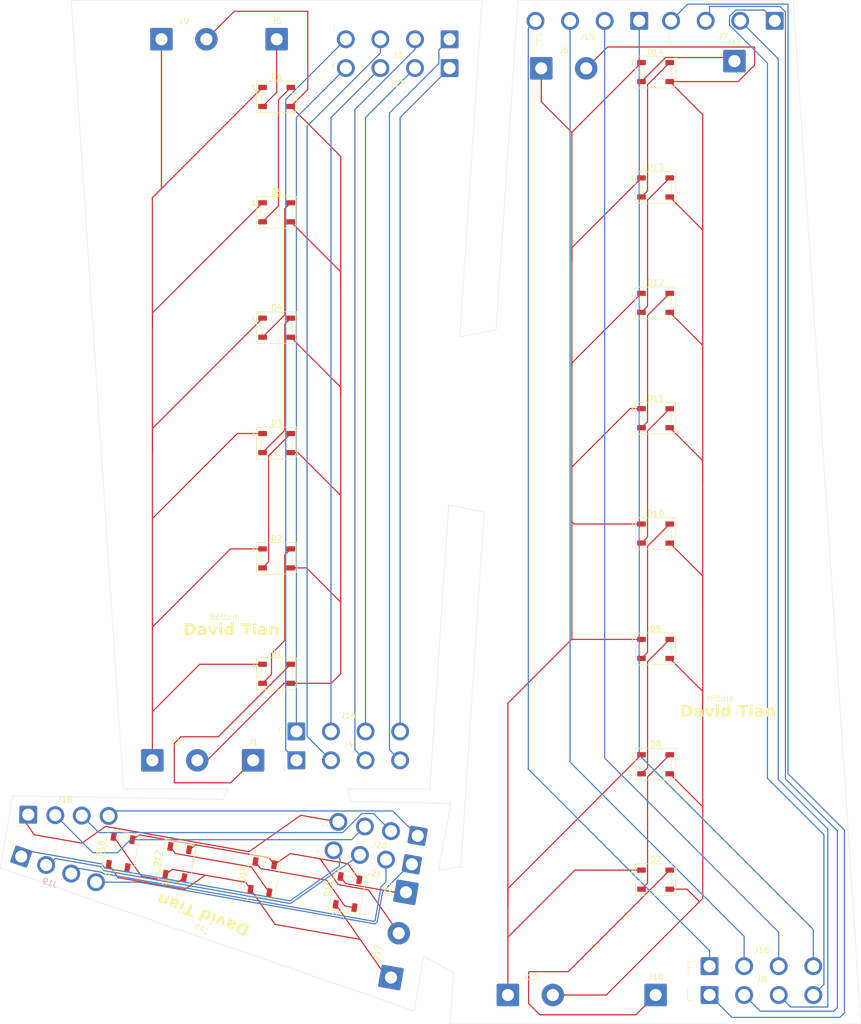
<source format=kicad_pcb>
(kicad_pcb (version 20240108) (generator "pcbnew") (generator_version "8.0")
  (layers (0 "F.Cu" signal) (31 "B.Cu" signal) (34 "B.Paste" user) (35 "F.Paste" user) (36 "B.SilkS" user "B.Silkscreen") (37 "F.SilkS" user "F.Silkscreen") (38 "B.Mask" user) (39 "F.Mask" user) (44 "Edge.Cuts" user))
  (net 0 "")
  (net 1 "Net-(D1-DIN)")
  (net 2 "Net-(D1-DOUT)")
  (net 3 "+5V")
  (net 4 "GND")
  (net 5 "Net-(D2-DOUT)")
  (net 6 "Net-(D3-DOUT)")
  (net 7 "Net-(D4-DOUT)")
  (net 8 "Net-(D5-DOUT)")
  (net 9 "Net-(D6-DOUT)")
  (net 10 "Net-(J3-Pin_1)")
  (net 11 "Net-(J3-Pin_2)")
  (net 12 "Net-(J3-Pin_3)")
  (net 13 "Net-(J3-Pin_4)")
  (net 14 "Net-(D7-DOUT)")
  (net 15 "Net-(D7-DIN)")
  (net 16 "Net-(D8-DOUT)")
  (net 17 "Net-(D10-DIN)")
  (net 18 "Net-(D10-DOUT)")
  (net 19 "Net-(D11-DOUT)")
  (net 20 "Net-(D12-DOUT)")
  (net 21 "Net-(J7-Pin_4)")
  (net 22 "Net-(J7-Pin_1)")
  (net 23 "Net-(J7-Pin_3)")
  (net 24 "Net-(J7-Pin_2)")
  (net 25 "Net-(D13-DOUT)")
  (net 26 "Net-(D14-DOUT)")
  (net 27 "Net-(J12-Pin_3)")
  (net 28 "Net-(J12-Pin_2)")
  (net 29 "Net-(J12-Pin_1)")
  (net 30 "Net-(J12-Pin_4)")
  (net 31 "Net-(J15-Pin_2)")
  (net 32 "Net-(J15-Pin_1)")
  (net 33 "Net-(J15-Pin_4)")
  (net 34 "Net-(J15-Pin_3)")
  (net 35 "Net-(D15-DIN)")
  (net 36 "Net-(D15-DOUT)")
  (net 37 "Net-(D16-DOUT)")
  (net 38 "Net-(J18-Pin_4)")
  (net 39 "Net-(J18-Pin_3)")
  (net 40 "Net-(J18-Pin_1)")
  (net 41 "Net-(J18-Pin_2)")
  (net 42 "Net-(J19-Pin_3)")
  (net 43 "Net-(J19-Pin_1)")
  (net 44 "Net-(J19-Pin_4)")
  (net 45 "Net-(J19-Pin_2)")
  (net 46 "Net-(D17-DOUT)")
  (footprint "LED_SMD:LED_WS2812B_PLCC4_5.0x5.0mm_P3.2mm" (layer "F.Cu") (at 140.776062 50.014966)
    (property "Reference" "D14")
    (property "Value" "WS2812B")
  )
  (footprint "Connector_Wire:SolderWire-1.5sqmm_1x04_P6mm_D1.7mm_OD3mm" (layer "F.Cu") (at 105.012196 49.32657 180)
    (property "Reference" "J12")
    (property "Value" "Conn_01x04_Pin")
  )
  (footprint "Connector_Wire:SolderWire-1.5sqmm_1x01_D1.7mm_OD3.9mm" (layer "F.Cu") (at 140.776062 210.014966)
    (property "Reference" "J10")
    (property "Value" "Conn_01x01_Pin")
  )
  (footprint "LED_SMD:LED_WS2812B_PLCC4_5.0x5.0mm_P3.2mm" (layer "F.Cu") (at 140.776062 130.014966)
    (property "Reference" "D10")
    (property "Value" "WS2812B")
  )
  (footprint "LED_SMD:LED_WS2812B_PLCC4_5.0x5.0mm_P3.2mm" (layer "F.Cu") (at 72.530345 189.569311 80)
    (property "Reference" "D16")
    (property "Value" "WS2812B")
  )
  (footprint "Connector_Wire:SolderWire-1.5sqmm_1x04_P6mm_D1.7mm_OD3mm" (layer "F.Cu") (at 78.434196 164.32657)
    (property "Reference" "J14")
    (property "Value" "Conn_01x04_Pin")
  )
  (footprint "LED_SMD:LED_WS2812B_PLCC4_5.0x5.0mm_P3.2mm" (layer "F.Cu") (at 140.776062 110.014966)
    (property "Reference" "D11")
    (property "Value" "WS2812B")
  )
  (footprint "Connector_Wire:SolderWire-1.5sqmm_1x04_P6mm_D1.7mm_OD3mm" (layer "F.Cu") (at 137.931065 41.144899 180)
    (property "Reference" "J15")
    (property "Value" "Conn_01x04_Pin")
  )
  (footprint "Connector_Wire:SolderWire-1.5sqmm_1x01_D1.7mm_OD3.9mm" (layer "F.Cu") (at 97.450083 192.211724 80)
    (property "Reference" "J22")
    (property "Value" "Conn_01x01_Pin")
  )
  (footprint "Connector_Wire:SolderWire-1.5sqmm_1x04_P6mm_D1.7mm_OD3mm" (layer "F.Cu") (at 29.184447 178.700885 -1)
    (property "Reference" "J18")
    (property "Value" "Conn_01x04_Pin")
  )
  (footprint "Connector_Wire:SolderWire-1.5sqmm_1x02_P7.8mm_D1.7mm_OD3.9mm" (layer "F.Cu") (at 120.931065 49.369899)
    (property "Reference" "J6")
    (property "Value" "Conn_01x02_Pin")
  )
  (footprint "LED_SMD:LED_WS2812B_PLCC4_5.0x5.0mm_P3.2mm" (layer "F.Cu") (at 140.776062 170.014966)
    (property "Reference" "D8")
    (property "Value" "WS2812B")
  )
  (footprint "LED_SMD:LED_WS2812B_PLCC4_5.0x5.0mm_P3.2mm" (layer "F.Cu") (at 57.758229 186.964589 80)
    (property "Reference" "D17")
    (property "Value" "WS2812B")
  )
  (footprint "LED_SMD:LED_WS2812B_PLCC4_5.0x5.0mm_P3.2mm" (layer "F.Cu") (at 87.30246 192.174035 80)
    (property "Reference" "D15")
    (property "Value" "WS2812B")
  )
  (footprint "Connector_Wire:SolderWire-1.5sqmm_1x02_P7.8mm_D1.7mm_OD3.9mm" (layer "F.Cu") (at 53.434196 169.32657)
    (property "Reference" "J2")
    (property "Value" "Barrel_Jack")
  )
  (footprint "LED_SMD:LED_WS2812B_PLCC4_5.0x5.0mm_P3.2mm" (layer "F.Cu") (at 75.012196 154.32657)
    (property "Reference" "D1")
    (property "Value" "WS2812B")
  )
  (footprint "Connector_Wire:SolderWire-1.5sqmm_1x04_P6mm_D1.7mm_OD3mm" (layer "F.Cu") (at 102.140988 182.88459 170)
    (property "Reference" "J20")
    (property "Value" "Conn_01x04_Pin")
  )
  (footprint "Connector_Wire:SolderWire-1.5sqmm_1x04_P6mm_D1.7mm_OD3mm" (layer "F.Cu") (at 150.138562 205.014966)
    (property "Reference" "J16")
    (property "Value" "Conn_01x04_Pin")
  )
  (footprint "LED_SMD:LED_WS2812B_PLCC4_5.0x5.0mm_P3.2mm" (layer "F.Cu") (at 140.776062 190.014966)
    (property "Reference" "D7")
    (property "Value" "WS2812B")
  )
  (footprint "Connector_Wire:SolderWire-1.5sqmm_1x04_P6mm_D1.7mm_OD3mm" (layer "F.Cu") (at 101.272747 187.808629 170)
    (property "Reference" "J21")
    (property "Value" "Conn_01x04_Pin")
  )
  (footprint "Connector_Wire:SolderWire-1.5sqmm_1x01_D1.7mm_OD3.9mm" (layer "F.Cu") (at 154.456065 48.119899)
    (property "Reference" "J11")
    (property "Value" "Conn_01x01_Pin")
  )
  (footprint "Connector_Wire:SolderWire-1.5sqmm_1x04_P6mm_D1.7mm_OD3mm" (layer "F.Cu") (at 161.456065 41.119899 180)
    (property "Reference" "J7")
    (property "Value" "Conn_01x04_Pin")
  )
  (footprint "LED_SMD:LED_WS2812B_PLCC4_5.0x5.0mm_P3.2mm" (layer "F.Cu") (at 75.012196 94.32657)
    (property "Reference" "D4")
    (property "Value" "WS2812B")
  )
  (footprint "Connector_Wire:SolderWire-1.5sqmm_1x02_P7.8mm_D1.7mm_OD3.9mm" (layer "F.Cu") (at 94.845358 206.98384 80)
    (property "Reference" "J17")
    (property "Value" "Conn_01x02_Pin")
  )
  (footprint "Connector_Wire:SolderWire-1.5sqmm_1x02_P7.8mm_D1.7mm_OD3.9mm" (layer "F.Cu") (at 115.138562 210.014966)
    (property "Reference" "J13")
    (property "Value" "Conn_01x02_Pin")
  )
  (footprint "LED_SMD:LED_WS2812B_PLCC4_5.0x5.0mm_P3.2mm" (layer "F.Cu") (at 75.012196 54.32657)
    (property "Reference" "D6")
    (property "Value" "WS2812B")
  )
  (footprint "LED_SMD:LED_WS2812B_PLCC4_5.0x5.0mm_P3.2mm" (layer "F.Cu") (at 75.012196 134.32657)
    (property "Reference" "D2")
    (property "Value" "WS2812B")
  )
  (footprint "LED_SMD:LED_WS2812B_PLCC4_5.0x5.0mm_P3.2mm" (layer "F.Cu") (at 140.776062 70.014966)
    (property "Reference" "D13")
    (property "Value" "WS2812B")
  )
  (footprint "LED_SMD:LED_WS2812B_PLCC4_5.0x5.0mm_P3.2mm" (layer "F.Cu") (at 140.776062 150.014966)
    (property "Reference" "D9")
    (property "Value" "WS2812B")
  )
  (footprint "Connector_Wire:SolderWire-1.5sqmm_1x04_P6mm_D1.7mm_OD3mm" (layer "F.Cu") (at 150.138562 210.014966)
    (property "Reference" "J8")
    (property "Value" "Conn_01x04_Pin")
  )
  (footprint "LED_SMD:LED_WS2812B_PLCC4_5.0x5.0mm_P3.2mm" (layer "F.Cu") (at 75.012196 114.32657)
    (property "Reference" "D3")
    (property "Value" "WS2812B")
  )
  (footprint "Connector_Wire:SolderWire-1.5sqmm_1x04_P6mm_D1.7mm_OD3mm" (layer "F.Cu") (at 105.012196 44.32657 180)
    (property "Reference" "J3")
    (property "Value" "Conn_01x04_Pin")
  )
  (footprint "LED_SMD:LED_WS2812B_PLCC4_5.0x5.0mm_P3.2mm" (layer "F.Cu") (at 140.776062 90.014966)
    (property "Reference" "D12")
    (property "Value" "WS2812B")
  )
  (footprint "LED_SMD:LED_WS2812B_PLCC4_5.0x5.0mm_P3.2mm" (layer "F.Cu") (at 75.012196 74.32657)
    (property "Reference" "D5")
    (property "Value" "WS2812B")
  )
  (footprint "LED_SMD:LED_WS2812B_PLCC4_5.0x5.0mm_P3.2mm" (layer "F.Cu") (at 47.910152 185.228108 80)
    (property "Reference" "D18")
    (property "Value" "WS2812B")
  )
  (footprint "Connector_Wire:SolderWire-1.5sqmm_1x02_P7.8mm_D1.7mm_OD3.9mm" (layer "F.Cu") (at 55.012196 44.32657)
    (property "Reference" "J9")
    (property "Value" "Conn_01x02_Pin")
  )
  (footprint "Connector_Wire:SolderWire-1.5sqmm_1x01_D1.7mm_OD3.9mm" (layer "F.Cu") (at 75.012196 44.32657)
    (property "Reference" "J5")
    (property "Value" "Conn_01x01_Pin")
  )
  (footprint "Connector_Wire:SolderWire-1.5sqmm_1x04_P6mm_D1.7mm_OD3mm" (layer "F.Cu") (at 78.434196 169.32657)
    (property "Reference" "J4")
    (property "Value" "Conn_01x04_Pin")
  )
  (footprint "Connector_Wire:SolderWire-1.5sqmm_1x01_D1.7mm_OD3.9mm" (layer "F.Cu") (at 70.934196 169.32657)
    (property "Reference" "J1")
    (property "Value" "Conn_01x01_Pin")
  )
  (footprint "Connector_Wire:SolderWire-1.5sqmm_1x04_P6mm_D1.7mm_OD3mm" (layer "B.Cu") (at 28.009642 185.052152 -19)
    (property "Reference" "J19")
    (property "Value" "Conn_01x04_Pin")
  )
  (gr_line (start 98.901157 212.776119) (end 100.488562 203.252466) (stroke (width 0.05)) (layer "Edge.Cuts"))
  (gr_line (start 66.588562 174.277466) (end 48.434196 174.32657) (stroke (width 0.05)) (layer "Edge.Cuts"))
  (gr_line (start 105.663562 206.127466) (end 100.488562 203.252466) (stroke (width 0.05)) (layer "Edge.Cuts"))
  (gr_line (start 104.863562 125.077466) (end 101.590419 174.32657) (stroke (width 0.05)) (layer "Edge.Cuts"))
  (gr_line (start 105.247822 176.782394) (end 87.813562 176.477466) (stroke (width 0.05)) (layer "Edge.Cuts"))
  (gr_line (start 98.901157 212.776119) (end 27.01767 187.992674) (stroke (width 0.05)) (layer "Edge.Cuts"))
  (gr_line (start 105.138562 215.014966) (end 105.663562 206.127466) (stroke (width 0.05)) (layer "Edge.Cuts"))
  (gr_line (start 105.247822 176.782394) (end 103.113562 188.352466) (stroke (width 0.05)) (layer "Edge.Cuts"))
  (gr_line (start 39.375 37.6) (end 110.649615 37.6) (stroke (width 0.05)) (layer "Edge.Cuts"))
  (gr_line (start 105.138562 215.014966) (end 176.413177 215.014966) (stroke (width 0.05)) (layer "Edge.Cuts"))
  (gr_line (start 164.656065 37.569899) (end 116.895674 37.569899) (stroke (width 0.05)) (layer "Edge.Cuts"))
  (gr_line (start 106.788562 95.902466) (end 113.088562 94.702466) (stroke (width 0.05)) (layer "Edge.Cuts"))
  (gr_line (start 48.434196 174.32657) (end 39.375 37.6) (stroke (width 0.05)) (layer "Edge.Cuts"))
  (gr_line (start 164.656065 37.569899) (end 176.413177 215.014966) (stroke (width 0.05)) (layer "Edge.Cuts"))
  (gr_line (start 113.088562 94.702466) (end 116.895674 37.569899) (stroke (width 0.05)) (layer "Edge.Cuts"))
  (gr_line (start 65.688562 176.102466) (end 66.588562 174.277466) (stroke (width 0.05)) (layer "Edge.Cuts"))
  (gr_line (start 65.688562 176.102466) (end 29.223001 175.485616) (stroke (width 0.05)) (layer "Edge.Cuts"))
  (gr_line (start 106.963562 187.827466) (end 111.017118 126.292433) (stroke (width 0.05)) (layer "Edge.Cuts"))
  (gr_line (start 110.649615 37.6) (end 106.788562 95.902466) (stroke (width 0.05)) (layer "Edge.Cuts"))
  (gr_line (start 103.113562 188.352466) (end 106.963562 187.827466) (stroke (width 0.05)) (layer "Edge.Cuts"))
  (gr_line (start 101.590419 174.32657) (end 87.388562 174.302466) (stroke (width 0.05)) (layer "Edge.Cuts"))
  (gr_line (start 87.813562 176.477466) (end 87.388562 174.302466) (stroke (width 0.05)) (layer "Edge.Cuts"))
  (gr_line (start 29.223001 175.485616) (end 27.01767 187.992674) (stroke (width 0.05)) (layer "Edge.Cuts"))
  (gr_line (start 104.863562 125.077466) (end 111.017118 126.292433) (stroke (width 0.05)) (layer "Edge.Cuts"))
  (gr_text "L" (at 75.988562 171.152466 0) (layer "F.SilkS") (effects (font (size 1 1) (thickness 0.1)) (justify left bottom)))
  (gr_text "David Tian" (at 58.788562 147.952466 0) (layer "F.SilkS") (effects (font (size 2 2) (thickness 0.1)) (justify left bottom)))
  (gr_text "L\n" (at 30.871263 181.226452 80) (layer "F.SilkS") (effects (font (size 1 1) (thickness 0.1)) (justify left bottom)))
  (gr_text "F" (at 75.113562 164.752466 0) (layer "F.SilkS") (effects (font (size 1 1) (thickness 0.1)) (justify left bottom)))
  (gr_text "Top\n" (at 63.451171 198.445488 160) (layer "F.SilkS") (effects (font (size 1 1) (thickness 0.1)) (justify left bottom)))
  (gr_text "F" (at 83.118994 185.666631 80) (layer "F.SilkS") (effects (font (size 1 1) (thickness 0.1)) (justify left bottom)))
  (gr_text "David Tian" (at 70.567102 197.741599 160) (layer "F.SilkS") (effects (font (size 2 2) (thickness 0.1)) (justify left bottom)))
  (gr_text "L\n" (at 84.713562 42.977466 0) (layer "F.SilkS") (effects (font (size 1 1) (thickness 0.1)) (justify left bottom)))
  (gr_text "F\n" (at 119.588562 45.752466 0) (layer "F.SilkS") (effects (font (size 2 2) (thickness 0.1)) (justify left bottom)))
  (gr_text "F" (at 145.863562 206.527466 0) (layer "F.SilkS") (effects (font (size 2 2) (thickness 0.1)) (justify left bottom)))
  (gr_text "L" (at 83.843916 181.123492 80) (layer "F.SilkS") (effects (font (size 1 1) (thickness 0.1)) (justify left bottom)))
  (gr_text "Bottom\n" (at 63.263562 145.052466 0) (layer "F.SilkS") (effects (font (size 1 1) (thickness 0.1)) (justify left bottom)))
  (gr_text "Middle" (at 149.463562 159.202466 0) (layer "F.SilkS") (effects (font (size 1 1) (thickness 0.1)) (justify left bottom)))
  (gr_text "L\n" (at 145.763562 211.152466 0) (layer "F.SilkS") (effects (font (size 2 2) (thickness 0.1)) (justify left bottom)))
  (gr_text "F" (at 29.824612 184.13895 80) (layer "F.SilkS") (effects (font (size 1 1) (thickness 0.1)) (justify left bottom)))
  (gr_text "L" (at 142.588562 45.477466 0) (layer "F.SilkS") (effects (font (size 2 2) (thickness 0.1)) (justify left bottom)))
  (gr_text "F" (at 84.463562 49.652466 0) (layer "F.SilkS") (effects (font (size 1 1) (thickness 0.1)) (justify left bottom)))
  (gr_text "David Tian" (at 144.988562 162.102466 0) (layer "F.SilkS") (effects (font (size 2 2) (thickness 0.1)) (justify left bottom)))
  (segment (start 64.8863 165.252466) (end 77.462196 152.67657) (width 0.2) (layer "F.Cu") (net 1))
  (segment (start 70.934196 169.32657) (end 67.0333 173.227466) (width 0.2) (layer "F.Cu") (net 1))
  (segment (start 70.934196 169.32657) (end 70.934196 168.131832) (width 0.2) (layer "F.Cu") (net 1))
  (segment (start 58.388562 165.252466) (end 64.8863 165.252466) (width 0.2) (layer "F.Cu") (net 1))
  (segment (start 57.239458 166.40157) (end 58.388562 165.252466) (width 0.2) (layer "F.Cu") (net 1))
  (segment (start 67.0333 173.227466) (end 57.239458 173.227466) (width 0.2) (layer "F.Cu") (net 1))
  (segment (start 57.239458 173.227466) (end 57.239458 166.40157) (width 0.2) (layer "F.Cu") (net 1))
  (segment (start 72.562196 155.97657) (end 74.113562 154.425204) (width 0.2) (layer "F.Cu") (net 2))
  (segment (start 74.113562 150.852466) (end 76.412196 148.553832) (width 0.2) (layer "F.Cu") (net 2))
  (segment (start 76.412196 148.553832) (end 76.412196 133.72657) (width 0.2) (layer "F.Cu") (net 2))
  (segment (start 76.412196 133.72657) (end 77.462196 132.67657) (width 0.2) (layer "F.Cu") (net 2))
  (segment (start 74.113562 154.425204) (end 74.113562 150.852466) (width 0.2) (layer "F.Cu") (net 2))
  (segment (start 126.231065 82.644899) (end 126.231065 60.459963) (width 0.2) (layer "F.Cu") (net 3))
  (segment (start 53.434196 146.225) (end 53.434196 127.425) (width 0.2) (layer "F.Cu") (net 3))
  (segment (start 126.231065 60.459963) (end 120.931065 55.159963) (width 0.2) (layer "F.Cu") (net 3))
  (segment (start 115.138562 199.994899) (end 126.768495 188.364966) (width 0.2) (layer "F.Cu") (net 3))
  (segment (start 53.434196 94.4) (end 53.434196 71.80457) (width 0.2) (layer "F.Cu") (net 3))
  (segment (start 68.182626 112.67657) (end 72.562196 112.67657) (width 0.2) (layer "F.Cu") (net 3))
  (segment (start 53.434196 71.80457) (end 72.562196 52.67657) (width 0.2) (layer "F.Cu") (net 3))
  (segment (start 53.434196 71.80457) (end 55.012196 70.22657) (width 0.2) (layer "F.Cu") (net 3))
  (segment (start 59.07821 191.715987) (end 47.4821 189.67128) (width 0.2) (layer "F.Cu") (net 3))
  (segment (start 62.611501 189.24195) (end 56.924237 188.239131) (width 0.2) (layer "F.Cu") (net 3))
  (segment (start 120.931065 55.159963) (end 120.931065 49.369899) (width 0.2) (layer "F.Cu") (net 3))
  (segment (start 89.551237 200.440109) (end 89.510677 200.382188) (width 0.2) (layer "F.Cu") (net 3))
  (segment (start 53.434196 94.4) (end 53.434196 91.80457) (width 0.2) (layer "F.Cu") (net 3))
  (segment (start 69.628258 190.479194) (end 62.611501 189.24195) (width 0.2) (layer "F.Cu") (net 3))
  (segment (start 74.738562 197.777466) (end 70.479975 191.695572) (width 0.2) (layer "F.Cu") (net 3))
  (segment (start 89.510677 200.382188) (end 74.738562 197.777466) (width 0.2) (layer "F.Cu") (net 3))
  (segment (start 126.210998 148.364966) (end 126.231065 148.364966) (width 0.2) (layer "F.Cu") (net 3))
  (segment (start 55.012196 70.22657) (end 55.012196 44.32657) (width 0.2) (layer "F.Cu") (net 3))
  (segment (start 53.434196 111.80457) (end 72.562196 92.67657) (width 0.2) (layer "F.Cu") (net 3))
  (segment (start 126.231065 100.869899) (end 126.231065 82.644899) (width 0.2) (layer "F.Cu") (net 3))
  (segment (start 126.231065 127.969899) (end 126.626132 128.364966) (width 0.2) (layer "F.Cu") (net 3))
  (segment (start 62.611501 189.24195) (end 59.07821 191.715987) (width 0.2) (layer "F.Cu") (net 3))
  (segment (start 126.626132 128.364966) (end 138.326062 128.364966) (width 0.2) (layer "F.Cu") (net 3))
  (segment (start 53.434196 160.9) (end 53.434196 146.225) (width 0.2) (layer "F.Cu") (net 3))
  (segment (start 126.768495 188.364966) (end 138.326062 188.364966) (width 0.2) (layer "F.Cu") (net 3))
  (segment (start 126.231065 82.644899) (end 126.231065 80.459963) (width 0.2) (layer "F.Cu") (net 3))
  (segment (start 115.138562 194.694899) (end 115.138562 159.437402) (width 0.2) (layer "F.Cu") (net 3))
  (segment (start 53.434196 169.32657) (end 53.434196 160.9) (width 0.2) (layer "F.Cu") (net 3))
  (segment (start 126.231065 148.364966) (end 138.326062 148.364966) (width 0.2) (layer "F.Cu") (net 3))
  (segment (start 126.231065 80.459963) (end 138.326062 68.364966) (width 0.2) (layer "F.Cu") (net 3))
  (segment (start 126.231065 148.364966) (end 126.231065 127.969899) (width 0.2) (layer "F.Cu") (net 3))
  (segment (start 126.231065 118.494899) (end 136.360998 108.364966) (width 0.2) (layer "F.Cu") (net 3))
  (segment (start 47.4821 189.67128) (end 45.85978 187.354368) (width 0.2) (layer "F.Cu") (net 3))
  (segment (start 126.231065 100.869899) (end 126.231065 100.459963) (width 0.2) (layer "F.Cu") (net 3))
  (segment (start 126.231065 127.969899) (end 126.231065 118.494899) (width 0.2) (layer "F.Cu") (net 3))
  (segment (start 115.138562 194.694899) (end 115.138562 191.552466) (width 0.2) (layer "F.Cu") (net 3))
  (segment (start 53.434196 127.425) (end 53.434196 116.075) (width 0.2) (layer "F.Cu") (net 3))
  (segment (start 89.551237 200.440109) (end 85.252091 194.300294) (width 0.2) (layer "F.Cu") (net 3))
  (segment (start 115.138562 159.437402) (end 126.210998 148.364966) (width 0.2) (layer "F.Cu") (net 3))
  (segment (start 53.434196 127.425) (end 68.182626 112.67657) (width 0.2) (layer "F.Cu") (net 3))
  (segment (start 94.845358 206.98384) (end 94.032893 206.840581) (width 0.2) (layer "F.Cu") (net 3))
  (segment (start 126.231065 115.644899) (end 126.231065 100.869899) (width 0.2) (layer "F.Cu") (net 3))
  (segment (start 70.479975 191.695572) (end 69.628258 190.479194) (width 0.2) (layer "F.Cu") (net 3))
  (segment (start 126.231065 60.459963) (end 138.326062 48.364966) (width 0.2) (layer "F.Cu") (net 3))
  (segment (start 115.138562 191.552466) (end 138.326062 168.364966) (width 0.2) (layer "F.Cu") (net 3))
  (segment (start 53.434196 160.9) (end 61.657626 152.67657) (width 0.2) (layer "F.Cu") (net 3))
  (segment (start 126.231065 118.494899) (end 126.231065 115.644899) (width 0.2) (layer "F.Cu") (net 3))
  (segment (start 53.434196 91.80457) (end 72.562196 72.67657) (width 0.2) (layer "F.Cu") (net 3))
  (segment (start 126.231065 100.459963) (end 138.326062 88.364966) (width 0.2) (layer "F.Cu") (net 3))
  (segment (start 53.434196 146.225) (end 66.982626 132.67657) (width 0.2) (layer "F.Cu") (net 3))
  (segment (start 115.138562 199.994899) (end 115.138562 194.694899) (width 0.2) (layer "F.Cu") (net 3))
  (segment (start 53.434196 116.075) (end 53.434196 94.4) (width 0.2) (layer "F.Cu") (net 3))
  (segment (start 53.434196 116.075) (end 53.434196 111.80457) (width 0.2) (layer "F.Cu") (net 3))
  (segment (start 115.138562 210.014966) (end 115.138562 199.994899) (width 0.2) (layer "F.Cu") (net 3))
  (segment (start 61.657626 152.67657) (end 72.562196 152.67657) (width 0.2) (layer "F.Cu") (net 3))
  (segment (start 66.982626 132.67657) (end 72.562196 132.67657) (width 0.2) (layer "F.Cu") (net 3))
  (segment (start 136.360998 108.364966) (end 138.326062 108.364966) (width 0.2) (layer "F.Cu") (net 3))
  (segment (start 56.924237 188.239131) (end 55.707858 189.09085) (width 0.2) (layer "F.Cu") (net 3))
  (segment (start 94.032893 206.840581) (end 89.551237 200.440109) (width 0.2) (layer "F.Cu") (net 3))
  (segment (start 90.947558 191.801337) (end 85.678835 190.872319) (width 0.2) (layer "F.Cu") (net 4))
  (segment (start 82.550192 186.404155) (end 82.433986 186.383663) (width 0.2) (layer "F.Cu") (net 4))
  (segment (start 148.956065 177.994899) (end 148.956065 161.269899) (width 0.2) (layer "F.Cu") (net 4))
  (segment (start 86.124615 87.65) (end 86.124615 84.638989) (width 0.2) (layer "F.Cu") (net 4))
  (segment (start 122.938562 210.014966) (end 132.210998 210.014966) (width 0.2) (layer "F.Cu") (net 4))
  (segment (start 67.6613 39.477466) (end 62.812196 44.32657) (width 0.2) (layer "F.Cu") (net 4))
  (segment (start 61.024979 183.986614) (end 59.8086 184.83833) (width 0.2) (layer "F.Cu") (net 4))
  (segment (start 148.956065 161.269899) (end 148.956065 142.744899) (width 0.2) (layer "F.Cu") (net 4))
  (segment (start 86.124615 154.327466) (end 86.124615 141.9) (width 0.2) (layer "F.Cu") (net 4))
  (segment (start 148.956065 101.294899) (end 148.956065 97.394969) (width 0.2) (layer "F.Cu") (net 4))
  (segment (start 148.393565 193.832399) (end 148.956065 193.269899) (width 0.2) (layer "F.Cu") (net 4))
  (segment (start 85.678835 190.872319) (end 82.550192 186.404155) (width 0.2) (layer "F.Cu") (net 4))
  (segment (start 82.433986 186.383663) (end 77.369119 185.490592) (width 0.2) (layer "F.Cu") (net 4))
  (segment (start 148.956065 193.269899) (end 148.956065 177.994899) (width 0.2) (layer "F.Cu") (net 4))
  (segment (start 157.956065 48.804643) (end 157.956065 45.669899) (width 0.2) (layer "F.Cu") (net 4))
  (segment (start 148.956065 157.394969) (end 143.226062 151.664966) (width 0.2) (layer "F.Cu") (net 4))
  (segment (start 80.201185 135.97657) (end 77.462196 135.97657) (width 0.2) (layer "F.Cu") (net 4))
  (segment (start 86.124615 141.9) (end 80.201185 135.97657) (width 0.2) (layer "F.Cu") (net 4))
  (segment (start 148.393565 193.832399) (end 146.226132 191.664966) (width 0.2) (layer "F.Cu") (net 4))
  (segment (start 148.956065 177.394969) (end 143.226062 171.664966) (width 0.2) (layer "F.Cu") (net 4))
  (segment (start 86.124615 87.65) (end 86.124615 64.638989) (width 0.2) (layer "F.Cu") (net 4))
  (segment (start 96.199816 199.30234) (end 90.947558 191.801337) (width 0.2) (layer "F.Cu") (net 4))
  (segment (start 148.956065 101.294899) (end 148.956065 77.244899) (width 0.2) (layer "F.Cu") (net 4))
  (segment (start 86.124615 141.9) (end 86.124615 123.425) (width 0.2) (layer "F.Cu") (net 4))
  (segment (start 146.226132 191.664966) (end 143.226062 191.664966) (width 0.2) (layer "F.Cu") (net 4))
  (segment (start 148.956065 117.394969) (end 143.226062 111.664966) (width 0.2) (layer "F.Cu") (net 4))
  (segment (start 62.939458 169.32657) (end 76.289458 155.97657) (width 0.2) (layer "F.Cu") (net 4))
  (segment (start 49.960522 183.101849) (end 51.176901 182.250131) (width 0.2) (layer "F.Cu") (net 4))
  (segment (start 148.956065 57.394969) (end 143.226062 51.664966) (width 0.2) (layer "F.Cu") (net 4))
  (segment (start 86.124615 64.638989) (end 77.462196 55.97657) (width 0.2) (layer "F.Cu") (net 4))
  (segment (start 86.124615 106.05) (end 86.124615 104.638989) (width 0.2) (layer "F.Cu") (net 4))
  (segment (start 51.176901 182.250131) (end 61.024979 183.986614) (width 0.2) (layer "F.Cu") (net 4))
  (segment (start 77.462196 155.97657) (end 84.475511 155.97657) (width 0.2) (layer "F.Cu") (net 4))
  (segment (start 86.124615 123.425) (end 86.124615 106.05) (width 0.2) (layer "F.Cu") (net 4))
  (segment (start 86.124615 104.638989) (end 77.462196 95.97657) (width 0.2) (layer "F.Cu") (net 4))
  (segment (start 148.956065 142.744899) (end 148.956065 121.444899) (width 0.2) (layer "F.Cu") (net 4))
  (segment (start 74.580717 187.443052) (end 73.728996 186.226673) (width 0.2) (layer "F.Cu") (net 4))
  (segment (start 78.676185 115.97657) (end 77.462196 115.97657) (width 0.2) (layer "F.Cu") (net 4))
  (segment (start 132.431065 45.669899) (end 128.731065 49.369899) (width 0.2) (layer "F.Cu") (net 4))
  (segment (start 73.728996 186.226673) (end 61.024979 183.986614) (width 0.2) (layer "F.Cu") (net 4))
  (segment (start 143.226062 51.664966) (end 155.095742 51.664966) (width 0.2) (layer "F.Cu") (net 4))
  (segment (start 148.956065 77.244899) (end 148.805995 77.244899) (width 0.2) (layer "F.Cu") (net 4))
  (segment (start 148.956065 137.394969) (end 143.226062 131.664966) (width 0.2) (layer "F.Cu") (net 4))
  (segment (start 148.956065 121.444899) (end 148.956065 117.394969) (width 0.2) (layer "F.Cu") (net 4))
  (segment (start 77.462196 55.97657) (end 80.413562 53.025204) (width 0.2) (layer "F.Cu") (net 4))
  (segment (start 76.289458 155.97657) (end 77.462196 155.97657) (width 0.2) (layer "F.Cu") (net 4))
  (segment (start 148.956065 142.744899) (end 148.956065 137.394969) (width 0.2) (layer "F.Cu") (net 4))
  (segment (start 80.413562 53.025204) (end 80.413562 39.477466) (width 0.2) (layer "F.Cu") (net 4))
  (segment (start 61.234196 169.32657) (end 62.939458 169.32657) (width 0.2) (layer "F.Cu") (net 4))
  (segment (start 148.805995 77.244899) (end 143.226062 71.664966) (width 0.2) (layer "F.Cu") (net 4))
  (segment (start 155.095742 51.664966) (end 157.956065 48.804643) (width 0.2) (layer "F.Cu") (net 4))
  (segment (start 80.413562 39.477466) (end 67.6613 39.477466) (width 0.2) (layer "F.Cu") (net 4))
  (segment (start 86.124615 106.05) (end 86.124615 87.65) (width 0.2) (layer "F.Cu") (net 4))
  (segment (start 89.352832 190.047777) (end 87.400371 187.25937) (width 0.2) (layer "F.Cu") (net 4))
  (segment (start 86.124615 123.425) (end 78.676185 115.97657) (width 0.2) (layer "F.Cu") (net 4))
  (segment (start 157.956065 45.669899) (end 132.431065 45.669899) (width 0.2) (layer "F.Cu") (net 4))
  (segment (start 86.124615 84.638989) (end 77.462196 75.97657) (width 0.2) (layer "F.Cu") (net 4))
  (segment (start 148.956065 177.994899) (end 148.956065 177.394969) (width 0.2) (layer "F.Cu") (net 4))
  (segment (start 148.956065 77.244899) (end 148.956065 57.394969) (width 0.2) (layer "F.Cu") (net 4))
  (segment (start 87.400371 187.25937) (end 82.433986 186.383663) (width 0.2) (layer "F.Cu") (net 4))
  (segment (start 77.369119 185.490592) (end 74.580717 187.443052) (width 0.2) (layer "F.Cu") (net 4))
  (segment (start 148.956065 121.444899) (end 148.956065 101.294899) (width 0.2) (layer "F.Cu") (net 4))
  (segment (start 132.210998 210.014966) (end 148.393565 193.832399) (width 0.2) (layer "F.Cu") (net 4))
  (segment (start 148.956065 97.394969) (end 143.226062 91.664966) (width 0.2) (layer "F.Cu") (net 4))
  (segment (start 84.475511 155.97657) (end 86.124615 154.327466) (width 0.2) (layer "F.Cu") (net 4))
  (segment (start 148.956065 161.269899) (end 148.956065 157.394969) (width 0.2) (layer "F.Cu") (net 4))
  (segment (start 73.612196 116.52657) (end 77.462196 112.67657) (width 0.2) (layer "F.Cu") (net 5))
  (segment (start 72.562196 135.97657) (end 73.612196 134.92657) (width 0.2) (layer "F.Cu") (net 5))
  (segment (start 73.612196 134.92657) (end 73.612196 116.52657) (width 0.2) (layer "F.Cu") (net 5))
  (segment (start 76.412196 93.72657) (end 77.462196 92.67657) (width 0.2) (layer "F.Cu") (net 6))
  (segment (start 72.562196 115.97657) (end 76.412196 112.12657) (width 0.2) (layer "F.Cu") (net 6))
  (segment (start 76.412196 112.12657) (end 76.412196 93.72657) (width 0.2) (layer "F.Cu") (net 6))
  (segment (start 76.412196 73.72657) (end 77.462196 72.67657) (width 0.2) (layer "F.Cu") (net 7))
  (segment (start 76.412196 92.12657) (end 76.412196 73.72657) (width 0.2) (layer "F.Cu") (net 7))
  (segment (start 72.562196 95.97657) (end 76.412196 92.12657) (width 0.2) (layer "F.Cu") (net 7))
  (segment (start 72.562196 75.97657) (end 75.313562 73.225204) (width 0.2) (layer "F.Cu") (net 8))
  (segment (start 75.313562 54.825204) (end 77.462196 52.67657) (width 0.2) (layer "F.Cu") (net 8))
  (segment (start 75.313562 73.225204) (end 75.313562 54.825204) (width 0.2) (layer "F.Cu") (net 8))
  (segment (start 75.012196 53.52657) (end 75.012196 44.32657) (width 0.2) (layer "F.Cu") (net 9))
  (segment (start 72.562196 55.97657) (end 75.012196 53.52657) (width 0.2) (layer "F.Cu") (net 9))
  (segment (start 103.162196 48.528832) (end 103.162196 46.17657) (width 0.2) (layer "B.Cu") (net 10))
  (segment (start 103.162196 46.17657) (end 105.012196 44.32657) (width 0.2) (layer "B.Cu") (net 10))
  (segment (start 94.584196 167.47657) (end 94.584196 57.106832) (width 0.2) (layer "B.Cu") (net 10))
  (segment (start 94.584196 57.106832) (end 103.162196 48.528832) (width 0.2) (layer "B.Cu") (net 10))
  (segment (start 96.434196 169.32657) (end 94.584196 167.47657) (width 0.2) (layer "B.Cu") (net 10))
  (segment (start 99.012196 46.078832) (end 99.012196 44.32657) (width 0.2) (layer "B.Cu") (net 11))
  (segment (start 90.434196 169.32657) (end 88.584196 167.47657) (width 0.2) (layer "B.Cu") (net 11))
  (segment (start 88.584196 56.506832) (end 99.012196 46.078832) (width 0.2) (layer "B.Cu") (net 11))
  (segment (start 88.584196 167.47657) (end 88.584196 56.506832) (width 0.2) (layer "B.Cu") (net 11))
  (segment (start 93.012196 46.710274) (end 93.012196 44.32657) (width 0.2) (layer "B.Cu") (net 12))
  (segment (start 80.288562 59.433908) (end 93.012196 46.710274) (width 0.2) (layer "B.Cu") (net 12))
  (segment (start 80.288562 112.702466) (end 80.288562 59.433908) (width 0.2) (layer "B.Cu") (net 12))
  (segment (start 84.434196 169.32657) (end 80.284196 165.17657) (width 0.2) (layer "B.Cu") (net 12))
  (segment (start 80.284196 112.706832) (end 80.288562 112.702466) (width 0.2) (layer "B.Cu") (net 12))
  (segment (start 80.284196 165.17657) (end 80.284196 112.706832) (width 0.2) (layer "B.Cu") (net 12))
  (segment (start 78.434196 169.32657) (end 76.584196 167.47657) (width 0.2) (layer "B.Cu") (net 13))
  (segment (start 76.584196 167.47657) (end 76.584196 54.75457) (width 0.2) (layer "B.Cu") (net 13))
  (segment (start 76.584196 54.75457) (end 87.012196 44.32657) (width 0.2) (layer "B.Cu") (net 13))
  (segment (start 138.326062 191.664966) (end 139.376062 190.614966) (width 0.2) (layer "F.Cu") (net 14))
  (segment (start 139.376062 172.214966) (end 143.226062 168.364966) (width 0.2) (layer "F.Cu") (net 14))
  (segment (start 139.376062 190.614966) (end 139.376062 172.214966) (width 0.2) (layer "F.Cu") (net 14))
  (segment (start 120.681065 213.444899) (end 118.731065 211.494899) (width 0.2) (layer "F.Cu") (net 15))
  (segment (start 118.731065 211.494899) (end 118.731065 206.144899) (width 0.2) (layer "F.Cu") (net 15))
  (segment (start 137.346129 213.444899) (end 120.681065 213.444899) (width 0.2) (layer "F.Cu") (net 15))
  (segment (start 118.906065 205.969899) (end 125.621129 205.969899) (width 0.2) (layer "F.Cu") (net 15))
  (segment (start 125.621129 205.969899) (end 143.226062 188.364966) (width 0.2) (layer "F.Cu") (net 15))
  (segment (start 118.731065 206.144899) (end 118.906065 205.969899) (width 0.2) (layer "F.Cu") (net 15))
  (segment (start 140.776062 210.014966) (end 137.346129 213.444899) (width 0.2) (layer "F.Cu") (net 15))
  (segment (start 138.326062 171.664966) (end 139.376062 170.614966) (width 0.2) (layer "F.Cu") (net 16))
  (segment (start 139.376062 170.614966) (end 139.376062 152.214966) (width 0.2) (layer "F.Cu") (net 16))
  (segment (start 139.376062 152.214966) (end 143.226062 148.364966) (width 0.2) (layer "F.Cu") (net 16))
  (segment (start 138.326062 151.664966) (end 139.376062 150.614966) (width 0.2) (layer "F.Cu") (net 17))
  (segment (start 139.376062 132.214966) (end 143.226062 128.364966) (width 0.2) (layer "F.Cu") (net 17))
  (segment (start 139.376062 150.614966) (end 139.376062 132.214966) (width 0.2) (layer "F.Cu") (net 17))
  (segment (start 138.326062 131.664966) (end 139.376062 130.614966) (width 0.2) (layer "F.Cu") (net 18))
  (segment (start 139.376062 112.214966) (end 143.226062 108.364966) (width 0.2) (layer "F.Cu") (net 18))
  (segment (start 139.376062 130.614966) (end 139.376062 112.214966) (width 0.2) (layer "F.Cu") (net 18))
  (segment (start 139.376062 92.214966) (end 143.226062 88.364966) (width 0.2) (layer "F.Cu") (net 19))
  (segment (start 138.326062 111.664966) (end 139.376062 110.614966) (width 0.2) (layer "F.Cu") (net 19))
  (segment (start 139.376062 110.614966) (end 139.376062 92.214966) (width 0.2) (layer "F.Cu") (net 19))
  (segment (start 138.326062 91.664966) (end 139.376062 90.614966) (width 0.2) (layer "F.Cu") (net 20))
  (segment (start 139.376062 90.614966) (end 139.376062 72.214966) (width 0.2) (layer "F.Cu") (net 20))
  (segment (start 139.376062 72.214966) (end 143.226062 68.364966) (width 0.2) (layer "F.Cu") (net 20))
  (segment (start 173.550408 181.439242) (end 163.756065 171.644899) (width 0.2) (layer "B.Cu") (net 21))
  (segment (start 173.550408 213.119899) (end 173.550408 181.439242) (width 0.2) (layer "B.Cu") (net 21))
  (segment (start 150.138562 210.014966) (end 154.018495 213.894899) (width 0.2) (layer "B.Cu") (net 21))
  (segment (start 163.756065 171.644899) (end 163.756065 38.244899) (width 0.2) (layer "B.Cu") (net 21))
  (segment (start 163.756065 38.244899) (end 146.331065 38.244899) (width 0.2) (layer "B.Cu") (net 21))
  (segment (start 154.018495 213.894899) (end 172.775408 213.894899) (width 0.2) (layer "B.Cu") (net 21))
  (segment (start 172.775408 213.894899) (end 173.550408 213.119899) (width 0.2) (layer "B.Cu") (net 21))
  (segment (start 146.331065 38.244899) (end 143.456065 41.119899) (width 0.2) (layer "B.Cu") (net 21))
  (segment (start 153.606065 41.886195) (end 153.606065 40.344899) (width 0.2) (layer "B.Cu") (net 22))
  (segment (start 169.988562 208.164966) (end 169.988562 182.252396) (width 0.2) (layer "B.Cu") (net 22))
  (segment (start 169.988562 182.252396) (end 160.181065 172.444899) (width 0.2) (layer "B.Cu") (net 22))
  (segment (start 160.181065 172.444899) (end 160.181065 48.461195) (width 0.2) (layer "B.Cu") (net 22))
  (segment (start 153.606065 40.344899) (end 154.681065 39.269899) (width 0.2) (layer "B.Cu") (net 22))
  (segment (start 160.181065 48.461195) (end 153.606065 41.886195) (width 0.2) (layer "B.Cu") (net 22))
  (segment (start 154.681065 39.269899) (end 159.606065 39.269899) (width 0.2) (layer "B.Cu") (net 22))
  (segment (start 168.138562 210.014966) (end 169.988562 208.164966) (width 0.2) (layer "B.Cu") (net 22))
  (segment (start 159.606065 39.269899) (end 161.456065 41.119899) (width 0.2) (layer "B.Cu") (net 22))
  (segment (start 163.306065 39.585155) (end 162.365809 38.644899) (width 0.2) (layer "B.Cu") (net 23))
  (segment (start 150.131065 38.644899) (end 150.131065 40.444899) (width 0.2) (layer "B.Cu") (net 23))
  (segment (start 162.365809 38.644899) (end 150.131065 38.644899) (width 0.2) (layer "B.Cu") (net 23))
  (segment (start 158.943495 212.819899) (end 171.706065 212.819899) (width 0.2) (layer "B.Cu") (net 23))
  (segment (start 172.331065 181.569899) (end 163.306065 172.544899) (width 0.2) (layer "B.Cu") (net 23))
  (segment (start 163.306065 172.544899) (end 163.306065 39.585155) (width 0.2) (layer "B.Cu") (net 23))
  (segment (start 156.138562 210.014966) (end 158.943495 212.819899) (width 0.2) (layer "B.Cu") (net 23))
  (segment (start 150.131065 40.444899) (end 149.456065 41.119899) (width 0.2) (layer "B.Cu") (net 23))
  (segment (start 172.331065 212.194899) (end 172.331065 181.569899) (width 0.2) (layer "B.Cu") (net 23))
  (segment (start 171.706065 212.819899) (end 172.331065 212.194899) (width 0.2) (layer "B.Cu") (net 23))
  (segment (start 162.056065 47.719899) (end 155.456065 41.119899) (width 0.2) (layer "B.Cu") (net 24))
  (segment (start 170.656065 212.094899) (end 170.656065 181.219899) (width 0.2) (layer "B.Cu") (net 24))
  (segment (start 164.218495 212.094899) (end 170.656065 212.094899) (width 0.2) (layer "B.Cu") (net 24))
  (segment (start 162.056065 172.619899) (end 162.056065 47.719899) (width 0.2) (layer "B.Cu") (net 24))
  (segment (start 170.656065 181.219899) (end 162.056065 172.619899) (width 0.2) (layer "B.Cu") (net 24))
  (segment (start 162.138562 210.014966) (end 164.218495 212.094899) (width 0.2) (layer "B.Cu") (net 24))
  (segment (start 139.376062 70.614966) (end 139.376062 52.214966) (width 0.2) (layer "F.Cu") (net 25))
  (segment (start 138.326062 71.664966) (end 139.376062 70.614966) (width 0.2) (layer "F.Cu") (net 25))
  (segment (start 139.376062 52.214966) (end 143.226062 48.364966) (width 0.2) (layer "F.Cu") (net 25))
  (segment (start 138.326062 51.664966) (end 142.496129 47.494899) (width 0.2) (layer "F.Cu") (net 26))
  (segment (start 142.496129 47.494899) (end 153.831065 47.494899) (width 0.2) (layer "F.Cu") (net 26))
  (segment (start 153.831065 47.494899) (end 154.456065 48.119899) (width 0.2) (layer "F.Cu") (net 26))
  (segment (start 84.434196 57.90457) (end 93.012196 49.32657) (width 0.2) (layer "B.Cu") (net 27))
  (segment (start 84.434196 164.32657) (end 84.434196 57.90457) (width 0.2) (layer "B.Cu") (net 27))
  (segment (start 90.434196 57.90457) (end 99.012196 49.32657) (width 0.2) (layer "B.Cu") (net 28))
  (segment (start 90.434196 164.32657) (end 90.434196 57.90457) (width 0.2) (layer "B.Cu") (net 28))
  (segment (start 96.434196 164.32657) (end 96.434196 57.90457) (width 0.2) (layer "B.Cu") (net 29))
  (segment (start 96.434196 57.90457) (end 105.012196 49.32657) (width 0.2) (layer "B.Cu") (net 29))
  (segment (start 78.434196 164.32657) (end 78.434196 57.90457) (width 0.2) (layer "B.Cu") (net 30))
  (segment (start 78.434196 57.90457) (end 87.012196 49.32657) (width 0.2) (layer "B.Cu") (net 30))
  (segment (start 131.931065 168.944899) (end 131.931065 41.144899) (width 0.2) (layer "B.Cu") (net 31))
  (segment (start 162.138562 205.014966) (end 162.138562 199.152396) (width 0.2) (layer "B.Cu") (net 31))
  (segment (start 162.138562 199.152396) (end 131.931065 168.944899) (width 0.2) (layer "B.Cu") (net 31))
  (segment (start 168.138562 205.014966) (end 168.138562 198.652396) (width 0.2) (layer "B.Cu") (net 32))
  (segment (start 137.931065 168.444899) (end 137.931065 41.144899) (width 0.2) (layer "B.Cu") (net 32))
  (segment (start 168.138562 198.652396) (end 137.931065 168.444899) (width 0.2) (layer "B.Cu") (net 32))
  (segment (start 118.681065 42.394899) (end 119.931065 41.144899) (width 0.2) (layer "B.Cu") (net 33))
  (segment (start 150.138562 202.327396) (end 118.681065 170.869899) (width 0.2) (layer "B.Cu") (net 33))
  (segment (start 150.138562 205.014966) (end 150.138562 202.327396) (width 0.2) (layer "B.Cu") (net 33))
  (segment (start 118.681065 170.869899) (end 118.681065 42.394899) (width 0.2) (layer "B.Cu") (net 33))
  (segment (start 156.138562 199.852396) (end 125.931065 169.644899) (width 0.2) (layer "B.Cu") (net 34))
  (segment (start 125.931065 169.644899) (end 125.931065 41.144899) (width 0.2) (layer "B.Cu") (net 34))
  (segment (start 156.138562 205.014966) (end 156.138562 199.852396) (width 0.2) (layer "B.Cu") (net 34))
  (segment (start 86.954685 190.691116) (end 86.102967 189.474736) (width 0.2) (layer "F.Cu") (net 35))
  (segment (start 97.073584 192.475351) (end 86.954685 190.691116) (width 0.2) (layer "F.Cu") (net 35))
  (segment (start 97.450083 192.211724) (end 97.073584 192.475351) (width 0.2) (layer "F.Cu") (net 35))
  (segment (start 83.67925 190.113567) (end 72.182569 188.086393) (width 0.2) (layer "F.Cu") (net 36))
  (segment (start 88.501957 194.873335) (end 86.802213 194.573622) (width 0.2) (layer "F.Cu") (net 36))
  (segment (start 86.802213 194.573622) (end 83.67925 190.113567) (width 0.2) (layer "F.Cu") (net 36))
  (segment (start 72.182569 188.086393) (end 71.33085 186.870014) (width 0.2) (layer "F.Cu") (net 36))
  (segment (start 57.410452 185.481671) (end 56.558735 184.265291) (width 0.2) (layer "F.Cu") (net 37))
  (segment (start 70.606875 187.808556) (end 57.410452 185.481671) (width 0.2) (layer "F.Cu") (net 37))
  (segment (start 73.729841 192.26861) (end 70.606875 187.808556) (width 0.2) (layer "F.Cu") (net 37))
  (segment (start 95.167364 178.107587) (end 46.721505 178.107587) (width 0.2) (layer "B.Cu") (net 38))
  (segment (start 46.721505 178.107587) (end 45.855221 178.973871) (width 0.2) (layer "B.Cu") (net 38))
  (segment (start 99.474127 182.41435) (end 95.167364 178.107587) (width 0.2) (layer "B.Cu") (net 38))
  (segment (start 91.809782 178.557587) (end 89.783952 178.557588) (width 0.2) (layer "B.Cu") (net 39))
  (segment (start 89.783952 178.557588) (end 86.484459 181.857081) (width 0.2) (layer "B.Cu") (net 39))
  (segment (start 94.851441 181.599245) (end 91.809782 178.557587) (width 0.2) (layer "B.Cu") (net 39))
  (segment (start 86.484459 181.857081) (end 44.129386 181.857082) (width 0.2) (layer "B.Cu") (net 39))
  (segment (start 44.129386 181.857082) (end 41.182618 178.910314) (width 0.2) (layer "B.Cu") (net 39))
  (segment (start 32.92799 182.230949) (end 31.609858 180.348459) (width 0.2) (layer "F.Cu") (net 40))
  (segment (start 70.241555 185.129416) (end 70.189246 185.16604) (width 0.2) (layer "F.Cu") (net 40))
  (segment (start 31.609858 180.348459) (end 31.892033 178.748145) (width 0.2) (layer "F.Cu") (net 40))
  (segment (start 79.198736 178.857529) (end 70.241555 185.129416) (width 0.2) (layer "F.Cu") (net 40))
  (segment (start 70.241555 185.129416) (end 70.18363 185.169974) (width 0.2) (layer "F.Cu") (net 40))
  (segment (start 70.189246 185.16604) (end 45.322851 180.781426) (width 0.2) (layer "F.Cu") (net 40))
  (segment (start 85.718162 180.007081) (end 79.198736 178.857529) (width 0.2) (layer "F.Cu") (net 40))
  (segment (start 45.322851 180.781426) (end 41.175755 183.685253) (width 0.2) (layer "F.Cu") (net 40))
  (segment (start 41.175755 183.685253) (end 32.92799 182.230949) (width 0.2) (layer "F.Cu") (net 40))
  (segment (start 88.04152 183.082588) (end 86.322095 183.082587) (width 0.2) (layer "B.Cu") (net 41))
  (segment (start 86.322095 183.082587) (end 86.317312 183.087369) (width 0.2) (layer "B.Cu") (net 41))
  (segment (start 47.372096 185.357587) (end 43.112839 185.357587) (width 0.2) (layer "B.Cu") (net 41))
  (segment (start 86.317312 183.087369) (end 49.642312 183.08737) (width 0.2) (layer "B.Cu") (net 41))
  (segment (start 49.642312 183.08737) (end 47.372096 185.357587) (width 0.2) (layer "B.Cu") (net 41))
  (segment (start 90.323295 180.800813) (end 88.04152 183.082588) (width 0.2) (layer "B.Cu") (net 41))
  (segment (start 43.112839 185.357587) (end 36.58532 178.830065) (width 0.2) (layer "B.Cu") (net 41))
  (segment (start 92.098173 197.081354) (end 91.866481 197.243588) (width 0.2) (layer "B.Cu") (net 42))
  (segment (start 93.126042 191.252026) (end 92.098173 197.081354) (width 0.2) (layer "B.Cu") (net 42))
  (segment (start 44.855199 188.954229) (end 44.724236 188.767196) (width 0.2) (layer "B.Cu") (net 42))
  (segment (start 93.980074 190.397992) (end 93.980075 186.541012) (width 0.2) (layer "B.Cu") (net 42))
  (segment (start 40.654573 188.049602) (end 39.355862 188.95897) (width 0.2) (layer "B.Cu") (net 42))
  (segment (start 93.126042 191.252026) (end 93.980074 190.397992) (width 0.2) (layer "B.Cu") (net 42))
  (segment (start 93.980073 186.541012) (end 93.12604 187.395043) (width 0.2) (layer "B.Cu") (net 42))
  (segment (start 91.866481 197.243588) (end 44.855199 188.954229) (width 0.2) (layer "B.Cu") (net 42))
  (segment (start 44.724236 188.767196) (end 40.654573 188.049602) (width 0.2) (layer "B.Cu") (net 42))
  (segment (start 32.01456 185.073629) (end 30.678465 186.009173) (width 0.2) (layer "B.Cu") (net 43))
  (segment (start 84.885374 184.937371) (end 86.030733 186.573111) (width 0.2) (layer "B.Cu") (net 43))
  (segment (start 44.678104 187.306554) (end 32.01456 185.073629) (width 0.2) (layer "B.Cu") (net 43))
  (segment (start 86.030733 186.573111) (end 85.827563 187.725338) (width 0.2) (layer "B.Cu") (net 43))
  (segment (start 77.321128 193.681607) (end 45.172748 188.01298) (width 0.2) (layer "B.Cu") (net 43))
  (segment (start 45.172748 188.01298) (end 44.678104 187.306554) (width 0.2) (layer "B.Cu") (net 43))
  (segment (start 85.827563 187.725338) (end 77.321128 193.681607) (width 0.2) (layer "B.Cu") (net 43))
  (segment (start 92.463325 197.313982) (end 92.422096 197.34285) (width 0.2) (layer "B.Cu") (net 44))
  (segment (start 51.068772 190.45602) (end 43.648332 190.456021) (width 0.2) (layer "B.Cu") (net 44))
  (segment (start 98.182402 187.351789) (end 93.371667 192.162526) (width 0.2) (layer "B.Cu") (net 44))
  (segment (start 71.740516 194.101006) (end 78.158024 195.232586) (width 0.2) (layer "B.Cu") (net 44))
  (segment (start 91.96019 197.66628) (end 91.894142 197.654635) (width 0.2) (layer "B.Cu") (net 44))
  (segment (start 71.740515 194.101007) (end 51.068772 190.45602) (width 0.2) (layer "B.Cu") (net 44))
  (segment (start 78.856538 195.355753) (end 78.158024 195.232586) (width 0.2) (layer "B.Cu") (net 44))
  (segment (start 92.422096 197.34285) (end 92.098664 197.666281) (width 0.2) (layer "B.Cu") (net 44))
  (segment (start 92.098664 197.666281) (end 91.96019 197.66628) (width 0.2) (layer "B.Cu") (net 44))
  (segment (start 93.371667 192.162526) (end 92.463325 197.313982) (width 0.2) (layer "B.Cu") (net 44))
  (segment (start 98.474567 187.35179) (end 98.182402 187.351789) (width 0.2) (layer "B.Cu") (net 44))
  (segment (start 91.894142 197.654635) (end 78.856538 195.355753) (width 0.2) (layer "B.Cu") (net 44))
  (segment (start 71.740515 194.101007) (end 71.740516 194.101006) (width 0.2) (layer "B.Cu") (net 44))
  (segment (start 77.407111 194.160912) (end 44.986431 188.444269) (width 0.2) (layer "B.Cu") (net 45))
  (segment (start 44.986431 188.444269) (end 44.499735 187.749198) (width 0.2) (layer "B.Cu") (net 45))
  (segment (start 89.455055 185.724851) (end 77.407111 194.160912) (width 0.2) (layer "B.Cu") (net 45))
  (segment (start 36.60478 186.357103) (end 35.002509 187.479026) (width 0.2) (layer "B.Cu") (net 45))
  (segment (start 44.499735 187.749198) (end 36.60478 186.357103) (width 0.2) (layer "B.Cu") (net 45))
  (segment (start 57.741344 190.515607) (end 51.537057 189.421621) (width 0.2) (layer "F.Cu") (net 46))
  (segment (start 51.537057 189.421621) (end 46.710657 182.528809) (width 0.2) (layer "F.Cu") (net 46))
  (segment (start 58.957724 189.663889) (end 57.741344 190.515607) (width 0.2) (layer "F.Cu") (net 46))
)
</source>
